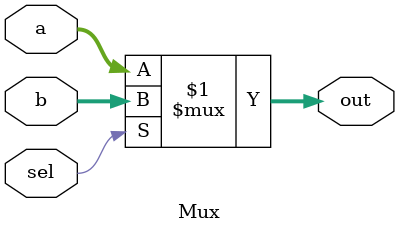
<source format=sv>
module Mux #(parameter WIDTH = 32) (
    input  logic [WIDTH-1:0] a,
    input  logic [WIDTH-1:0] b,
    input  logic             sel, // 1 -> b, 0 -> a
    output logic [WIDTH-1:0] out
);

    // Asignación continua: combina sin lógica secuencial
    assign out = sel ? b : a;

endmodule
</source>
